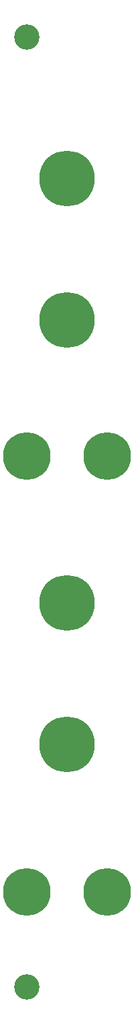
<source format=gbr>
G04 #@! TF.GenerationSoftware,KiCad,Pcbnew,5.1.7-1.fc31*
G04 #@! TF.CreationDate,2021-04-18T23:13:41-04:00*
G04 #@! TF.ProjectId,offsetAttenuverterface,6f666673-6574-4417-9474-656e75766572,rev?*
G04 #@! TF.SameCoordinates,Original*
G04 #@! TF.FileFunction,Soldermask,Bot*
G04 #@! TF.FilePolarity,Negative*
%FSLAX46Y46*%
G04 Gerber Fmt 4.6, Leading zero omitted, Abs format (unit mm)*
G04 Created by KiCad (PCBNEW 5.1.7-1.fc31) date 2021-04-18 23:13:41*
%MOMM*%
%LPD*%
G01*
G04 APERTURE LIST*
%ADD10C,7.000000*%
%ADD11C,6.000000*%
%ADD12C,3.200000*%
G04 APERTURE END LIST*
D10*
G04 #@! TO.C,REF\u002A\u002A*
X35560000Y-55880000D03*
G04 #@! TD*
G04 #@! TO.C,REF\u002A\u002A*
X35560000Y-73660000D03*
G04 #@! TD*
G04 #@! TO.C,REF\u002A\u002A*
X35560000Y-109220000D03*
G04 #@! TD*
G04 #@! TO.C,REF\u002A\u002A*
X35560000Y-127000000D03*
G04 #@! TD*
D11*
G04 #@! TO.C,REF\u002A\u002A*
X40640000Y-90805000D03*
G04 #@! TD*
G04 #@! TO.C,REF\u002A\u002A*
X30480000Y-90805000D03*
G04 #@! TD*
G04 #@! TO.C,REF\u002A\u002A*
X40640000Y-145542000D03*
G04 #@! TD*
G04 #@! TO.C,REF\u002A\u002A*
X30480000Y-145542000D03*
G04 #@! TD*
D12*
G04 #@! TO.C,REF\u002A\u002A*
X30480000Y-38100000D03*
G04 #@! TD*
G04 #@! TO.C,REF\u002A\u002A*
X30480000Y-157480000D03*
G04 #@! TD*
M02*

</source>
